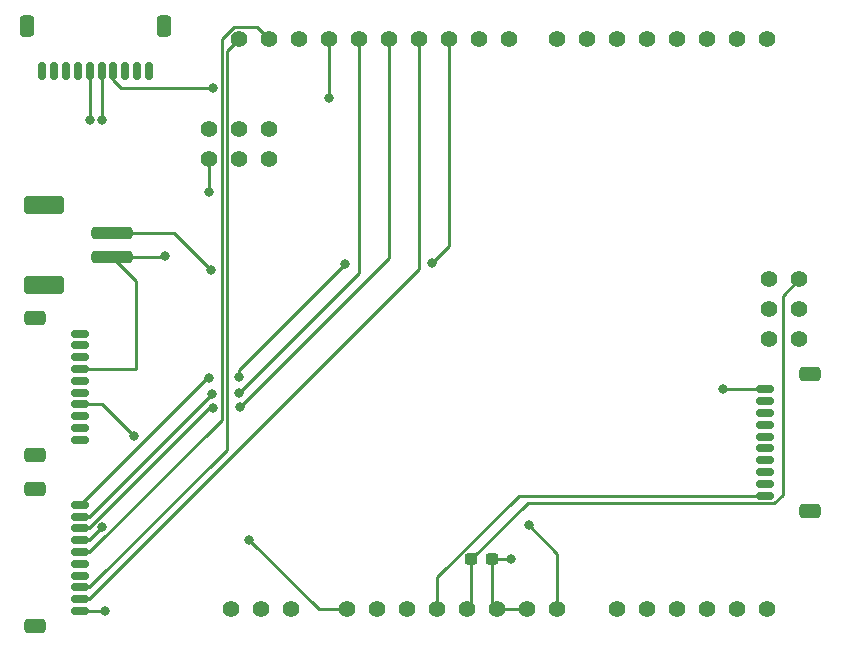
<source format=gtl>
%TF.GenerationSoftware,KiCad,Pcbnew,9.0.6*%
%TF.CreationDate,2025-11-05T04:43:16-08:00*%
%TF.ProjectId,D1R32InterfaceShield,44315233-3249-46e7-9465-726661636553,1.0*%
%TF.SameCoordinates,Original*%
%TF.FileFunction,Copper,L1,Top*%
%TF.FilePolarity,Positive*%
%FSLAX46Y46*%
G04 Gerber Fmt 4.6, Leading zero omitted, Abs format (unit mm)*
G04 Created by KiCad (PCBNEW 9.0.6) date 2025-11-05 04:43:16*
%MOMM*%
%LPD*%
G01*
G04 APERTURE LIST*
G04 Aperture macros list*
%AMRoundRect*
0 Rectangle with rounded corners*
0 $1 Rounding radius*
0 $2 $3 $4 $5 $6 $7 $8 $9 X,Y pos of 4 corners*
0 Add a 4 corners polygon primitive as box body*
4,1,4,$2,$3,$4,$5,$6,$7,$8,$9,$2,$3,0*
0 Add four circle primitives for the rounded corners*
1,1,$1+$1,$2,$3*
1,1,$1+$1,$4,$5*
1,1,$1+$1,$6,$7*
1,1,$1+$1,$8,$9*
0 Add four rect primitives between the rounded corners*
20,1,$1+$1,$2,$3,$4,$5,0*
20,1,$1+$1,$4,$5,$6,$7,0*
20,1,$1+$1,$6,$7,$8,$9,0*
20,1,$1+$1,$8,$9,$2,$3,0*%
G04 Aperture macros list end*
%TA.AperFunction,ComponentPad*%
%ADD10C,1.422000*%
%TD*%
%TA.AperFunction,SMDPad,CuDef*%
%ADD11RoundRect,0.150000X-0.625000X0.150000X-0.625000X-0.150000X0.625000X-0.150000X0.625000X0.150000X0*%
%TD*%
%TA.AperFunction,SMDPad,CuDef*%
%ADD12RoundRect,0.250000X-0.650000X0.350000X-0.650000X-0.350000X0.650000X-0.350000X0.650000X0.350000X0*%
%TD*%
%TA.AperFunction,SMDPad,CuDef*%
%ADD13RoundRect,0.150000X0.625000X-0.150000X0.625000X0.150000X-0.625000X0.150000X-0.625000X-0.150000X0*%
%TD*%
%TA.AperFunction,SMDPad,CuDef*%
%ADD14RoundRect,0.250000X0.650000X-0.350000X0.650000X0.350000X-0.650000X0.350000X-0.650000X-0.350000X0*%
%TD*%
%TA.AperFunction,SMDPad,CuDef*%
%ADD15RoundRect,0.150000X0.150000X0.625000X-0.150000X0.625000X-0.150000X-0.625000X0.150000X-0.625000X0*%
%TD*%
%TA.AperFunction,SMDPad,CuDef*%
%ADD16RoundRect,0.250000X0.350000X0.650000X-0.350000X0.650000X-0.350000X-0.650000X0.350000X-0.650000X0*%
%TD*%
%TA.AperFunction,SMDPad,CuDef*%
%ADD17RoundRect,0.237500X-0.300000X-0.237500X0.300000X-0.237500X0.300000X0.237500X-0.300000X0.237500X0*%
%TD*%
%TA.AperFunction,SMDPad,CuDef*%
%ADD18RoundRect,0.250000X-1.500000X0.250000X-1.500000X-0.250000X1.500000X-0.250000X1.500000X0.250000X0*%
%TD*%
%TA.AperFunction,SMDPad,CuDef*%
%ADD19RoundRect,0.250001X-1.449999X0.499999X-1.449999X-0.499999X1.449999X-0.499999X1.449999X0.499999X0*%
%TD*%
%TA.AperFunction,ViaPad*%
%ADD20C,0.800000*%
%TD*%
%TA.AperFunction,Conductor*%
%ADD21C,0.250000*%
%TD*%
G04 APERTURE END LIST*
D10*
%TO.P,U8,1,OFF*%
%TO.N,unconnected-(U8-OFF-Pad1)*%
X139595000Y-127750000D03*
%TO.P,U8,2,GND*%
%TO.N,GND*%
X142135000Y-127750000D03*
%TO.P,U8,3,VRTC*%
%TO.N,unconnected-(U8-VRTC-Pad3)*%
X144675000Y-127750000D03*
%TD*%
%TO.P,U5,1,CIPO*%
%TO.N,unconnected-(U5-CIPO-Pad1)*%
X185161990Y-99805010D03*
%TO.P,U5,2,+5V*%
%TO.N,+5V*%
X187701990Y-99805010D03*
%TO.P,U5,3,SCK*%
%TO.N,unconnected-(U5-SCK-Pad3)*%
X185161990Y-102345010D03*
%TO.P,U5,4,COPI*%
%TO.N,unconnected-(U5-COPI-Pad4)*%
X187701990Y-102345010D03*
%TO.P,U5,5,RESET*%
%TO.N,unconnected-(U5-RESET-Pad5)*%
X185161990Y-104885010D03*
%TO.P,U5,6,GND*%
%TO.N,GND*%
X187701990Y-104885010D03*
%TD*%
D11*
%TO.P,J7,1,Pin_1*%
%TO.N,IO17*%
X126860000Y-113390000D03*
%TO.P,J7,2,Pin_2*%
%TO.N,IO16*%
X126860000Y-112390000D03*
%TO.P,J7,3,Pin_3*%
%TO.N,IO4*%
X126860000Y-111390000D03*
%TO.P,J7,4,Pin_4*%
%TO.N,IO0*%
X126860000Y-110390000D03*
%TO.P,J7,5,Pin_5*%
%TO.N,IO2*%
X126860000Y-109390000D03*
%TO.P,J7,6,Pin_6*%
%TO.N,unconnected-(J7-Pin_6-Pad6)*%
X126860000Y-108390000D03*
%TO.P,J7,7,Pin_7*%
%TO.N,GND*%
X126860000Y-107390000D03*
%TO.P,J7,8,Pin_8*%
%TO.N,unconnected-(J7-Pin_8-Pad8)*%
X126860000Y-106390000D03*
%TO.P,J7,9,Pin_9*%
%TO.N,unconnected-(J7-Pin_9-Pad9)*%
X126860000Y-105390000D03*
%TO.P,J7,10,Pin_10*%
%TO.N,unconnected-(J7-Pin_10-Pad10)*%
X126860000Y-104390000D03*
D12*
%TO.P,J7,MP*%
%TO.N,N/C*%
X122985000Y-103090000D03*
X122985000Y-114690000D03*
%TD*%
D11*
%TO.P,J6,1,Pin_1*%
%TO.N,GND*%
X126860000Y-127890000D03*
%TO.P,J6,2,Pin_2*%
%TO.N,IO23*%
X126860000Y-126890000D03*
%TO.P,J6,3,Pin_3*%
%TO.N,IO22*%
X126860000Y-125890000D03*
%TO.P,J6,4,Pin_4*%
%TO.N,UOTX*%
X126860000Y-124890000D03*
%TO.P,J6,5,Pin_5*%
%TO.N,UORX*%
X126860000Y-123890000D03*
%TO.P,J6,6,Pin_6*%
%TO.N,IO21*%
X126860000Y-122890000D03*
%TO.P,J6,7,Pin_7*%
%TO.N,GND*%
X126860000Y-121890000D03*
%TO.P,J6,8,Pin_8*%
%TO.N,IO19*%
X126860000Y-120890000D03*
%TO.P,J6,9,Pin_9*%
%TO.N,IO18*%
X126860000Y-119890000D03*
%TO.P,J6,10,Pin_10*%
%TO.N,IO5*%
X126860000Y-118890000D03*
D12*
%TO.P,J6,MP*%
%TO.N,N/C*%
X122985000Y-117590000D03*
X122985000Y-129190000D03*
%TD*%
D13*
%TO.P,J4,1,Pin_1*%
%TO.N,+3.3V*%
X184810000Y-118110000D03*
%TO.P,J4,2,Pin_2*%
%TO.N,unconnected-(J4-Pin_2-Pad2)*%
X184810000Y-117110000D03*
%TO.P,J4,3,Pin_3*%
%TO.N,IO36*%
X184810000Y-116110000D03*
%TO.P,J4,4,Pin_4*%
%TO.N,IO39*%
X184810000Y-115110000D03*
%TO.P,J4,5,Pin_5*%
%TO.N,IO34*%
X184810000Y-114110000D03*
%TO.P,J4,6,Pin_6*%
%TO.N,IO35*%
X184810000Y-113110000D03*
%TO.P,J4,7,Pin_7*%
%TO.N,unconnected-(J4-Pin_7-Pad7)*%
X184810000Y-112110000D03*
%TO.P,J4,8,Pin_8*%
%TO.N,unconnected-(J4-Pin_8-Pad8)*%
X184810000Y-111110000D03*
%TO.P,J4,9,Pin_9*%
%TO.N,IO25*%
X184810000Y-110110000D03*
%TO.P,J4,10,Pin_10*%
%TO.N,GND*%
X184810000Y-109110000D03*
D14*
%TO.P,J4,MP*%
%TO.N,N/C*%
X188685000Y-119410000D03*
X188685000Y-107810000D03*
%TD*%
D10*
%TO.P,U7,1*%
%TO.N,N/C*%
X167259990Y-79470010D03*
%TO.P,U7,2*%
X169799990Y-79470010D03*
%TO.P,U7,3*%
X172339990Y-79470010D03*
%TO.P,U7,4*%
X174879990Y-79470010D03*
%TO.P,U7,5*%
X177419990Y-79470010D03*
%TO.P,U7,6*%
X179959990Y-79470010D03*
%TO.P,U7,7*%
X182499990Y-79470010D03*
%TO.P,U7,8*%
X185039990Y-79470010D03*
%TD*%
%TO.P,U6,1,SCL*%
%TO.N,IO22*%
X140336000Y-79470000D03*
%TO.P,U6,2,SDA*%
%TO.N,IO21*%
X142876000Y-79470000D03*
%TO.P,U6,3,AREF*%
%TO.N,unconnected-(U6-AREF-Pad3)*%
X145416000Y-79470000D03*
%TO.P,U6,4,GND*%
%TO.N,GND*%
X147956000Y-79470000D03*
%TO.P,U6,5,D13/SCK/CANRX0*%
%TO.N,IO18*%
X150496000Y-79470000D03*
%TO.P,U6,6,D12/CIPO*%
%TO.N,IO19*%
X153036000Y-79470000D03*
%TO.P,U6,7,~D11/COPI*%
%TO.N,IO23*%
X155576000Y-79470000D03*
%TO.P,U6,8,~D10/CS/CANTX0*%
%TO.N,IO5*%
X158116000Y-79470000D03*
%TO.P,U6,9,~D9*%
%TO.N,IO13*%
X160656000Y-79470000D03*
%TO.P,U6,10,D8*%
%TO.N,IO12*%
X163196000Y-79470000D03*
%TD*%
D15*
%TO.P,J5,1,Pin_1*%
%TO.N,IO26*%
X132660000Y-82190000D03*
%TO.P,J5,2,Pin_2*%
%TO.N,IO27*%
X131660000Y-82190000D03*
%TO.P,J5,3,Pin_3*%
%TO.N,IO14*%
X130660000Y-82190000D03*
%TO.P,J5,4,Pin_4*%
%TO.N,IO12*%
X129660000Y-82190000D03*
%TO.P,J5,5,Pin_5*%
%TO.N,GND*%
X128660000Y-82190000D03*
%TO.P,J5,6,Pin_6*%
%TO.N,IO13*%
X127660000Y-82190000D03*
%TO.P,J5,7,Pin_7*%
%TO.N,unconnected-(J5-Pin_7-Pad7)*%
X126660000Y-82190000D03*
%TO.P,J5,8,Pin_8*%
%TO.N,unconnected-(J5-Pin_8-Pad8)*%
X125660000Y-82190000D03*
%TO.P,J5,9,Pin_9*%
%TO.N,unconnected-(J5-Pin_9-Pad9)*%
X124660000Y-82190000D03*
%TO.P,J5,10,Pin_10*%
%TO.N,unconnected-(J5-Pin_10-Pad10)*%
X123660000Y-82190000D03*
D16*
%TO.P,J5,MP*%
%TO.N,N/C*%
X133960000Y-78315000D03*
X122360000Y-78315000D03*
%TD*%
D10*
%TO.P,U3,1*%
%TO.N,N/C*%
X172340000Y-127730000D03*
%TO.P,U3,2*%
X174880000Y-127730000D03*
%TO.P,U3,3*%
X177420000Y-127730000D03*
%TO.P,U3,4*%
X179960000Y-127730000D03*
%TO.P,U3,5*%
X182500000Y-127730000D03*
%TO.P,U3,6*%
X185040000Y-127730000D03*
%TD*%
%TO.P,U2,1,BOOT*%
%TO.N,IO0*%
X149480000Y-127730000D03*
%TO.P,U2,2,IOREF*%
%TO.N,unconnected-(U2-IOREF-Pad2)*%
X152020000Y-127730000D03*
%TO.P,U2,3,Reset*%
%TO.N,unconnected-(U2-Reset-Pad3)*%
X154560000Y-127730000D03*
%TO.P,U2,4,+3V3*%
%TO.N,+3.3V*%
X157100000Y-127730000D03*
%TO.P,U2,5,+5V*%
%TO.N,+5V*%
X159640000Y-127730000D03*
%TO.P,U2,6,GND*%
%TO.N,GND*%
X162180000Y-127730000D03*
%TO.P,U2,7,GND*%
X164720000Y-127730000D03*
%TO.P,U2,8,VIN*%
%TO.N,VDD*%
X167260000Y-127730000D03*
%TD*%
D17*
%TO.P,C2,1*%
%TO.N,+5V*%
X159977500Y-123500000D03*
%TO.P,C2,2*%
%TO.N,GND*%
X161702500Y-123500000D03*
%TD*%
D18*
%TO.P,VDD,1,Pin_1*%
%TO.N,VDD*%
X129510000Y-95890000D03*
%TO.P,VDD,2,Pin_2*%
%TO.N,GND*%
X129510000Y-97890000D03*
D19*
%TO.P,VDD,MP*%
%TO.N,N/C*%
X123760000Y-93540000D03*
X123760000Y-100240000D03*
%TD*%
D10*
%TO.P,U4,1,GPIO42*%
%TO.N,unconnected-(U4-GPIO42-Pad1)*%
X142876000Y-87039200D03*
%TO.P,U4,2,GPIO41*%
%TO.N,unconnected-(U4-GPIO41-Pad2)*%
X142876000Y-89579200D03*
%TO.P,U4,3,GPIO43/TXD0*%
%TO.N,unconnected-(U4-GPIO43{slash}TXD0-Pad3)*%
X140336000Y-87039200D03*
%TO.P,U4,4,GPIO0/DOWNLOAD*%
%TO.N,unconnected-(U4-GPIO0{slash}DOWNLOAD-Pad4)*%
X140336000Y-89579200D03*
%TO.P,U4,5,GPIO44/RXD0*%
%TO.N,unconnected-(U4-GPIO44{slash}RXD0-Pad5)*%
X137796000Y-87039200D03*
%TO.P,U4,6,GND*%
%TO.N,GND*%
X137796000Y-89579200D03*
%TD*%
D20*
%TO.N,GND*%
X128704846Y-120794848D03*
X163340000Y-123500000D03*
X137796000Y-92416000D03*
X128669951Y-86330101D03*
X128950000Y-127890000D03*
X181270000Y-109110000D03*
X147960000Y-84420000D03*
X134070000Y-97860000D03*
%TO.N,VDD*%
X164860000Y-120620000D03*
X137890000Y-98980000D03*
%TO.N,IO13*%
X127670000Y-86320000D03*
%TO.N,IO12*%
X138123000Y-83590000D03*
%TO.N,IO19*%
X140420000Y-110650000D03*
X138123000Y-110720000D03*
%TO.N,IO5*%
X140280000Y-108030000D03*
X137800000Y-108190000D03*
X149270000Y-98530000D03*
X156670000Y-98450000D03*
%TO.N,IO18*%
X140310000Y-109410000D03*
X137990000Y-109490000D03*
%TO.N,IO0*%
X141140000Y-121830000D03*
X131390000Y-113040000D03*
%TD*%
D21*
%TO.N,+5V*%
X164741500Y-118736000D02*
X159977500Y-123500000D01*
X159977500Y-127392500D02*
X159640000Y-127730000D01*
X186317000Y-101190000D02*
X186317000Y-118055322D01*
X159977500Y-123500000D02*
X159977500Y-127392500D01*
X185636322Y-118736000D02*
X164741500Y-118736000D01*
X186317000Y-118055322D02*
X185636322Y-118736000D01*
X187701990Y-99805010D02*
X186317000Y-101190000D01*
%TO.N,GND*%
X147960000Y-83378000D02*
X147956000Y-83374000D01*
X137800000Y-92420000D02*
X137796000Y-92416000D01*
X147956000Y-83374000D02*
X147956000Y-79470000D01*
X184810000Y-109110000D02*
X181270000Y-109110000D01*
X128660000Y-82190000D02*
X128660000Y-86320150D01*
X129510000Y-97890000D02*
X134040000Y-97890000D01*
X126860000Y-127890000D02*
X128950000Y-127890000D01*
X126860000Y-107390000D02*
X131560000Y-107390000D01*
X162180000Y-127730000D02*
X164720000Y-127730000D01*
X161702500Y-123500000D02*
X163340000Y-123500000D01*
X126860000Y-121890000D02*
X127609694Y-121890000D01*
X128660000Y-86320150D02*
X128669951Y-86330101D01*
X131560000Y-107390000D02*
X131600000Y-107350000D01*
X137796000Y-89579200D02*
X137796000Y-92416000D01*
X127609694Y-121890000D02*
X128704846Y-120794848D01*
X147960000Y-84420000D02*
X147960000Y-83378000D01*
X131600000Y-99980000D02*
X131600000Y-107350000D01*
X134040000Y-97890000D02*
X134070000Y-97860000D01*
X161702500Y-127252500D02*
X162180000Y-127730000D01*
X129510000Y-97890000D02*
X131600000Y-99980000D01*
X161702500Y-123500000D02*
X161702500Y-127252500D01*
%TO.N,VDD*%
X134800000Y-95890000D02*
X137890000Y-98980000D01*
X164860000Y-120620000D02*
X167260000Y-123020000D01*
X167260000Y-123020000D02*
X167260000Y-127730000D01*
X129510000Y-95890000D02*
X134800000Y-95890000D01*
%TO.N,+3.3V*%
X184810000Y-118110000D02*
X164026510Y-118110000D01*
X164026510Y-118110000D02*
X157100000Y-125036510D01*
X157100000Y-125036510D02*
X157100000Y-127730000D01*
%TO.N,IO13*%
X127670000Y-84640000D02*
X127660000Y-84630000D01*
X127670000Y-86320000D02*
X127670000Y-84640000D01*
X127660000Y-84630000D02*
X127660000Y-82190000D01*
%TO.N,IO12*%
X130285001Y-83590000D02*
X138123000Y-83590000D01*
X129660000Y-82190000D02*
X129660000Y-82964999D01*
X129660000Y-82964999D02*
X130285001Y-83590000D01*
%TO.N,IO19*%
X137752974Y-110720000D02*
X138123000Y-110720000D01*
X140420000Y-110650000D02*
X153036000Y-98034000D01*
X127582974Y-120890000D02*
X137752974Y-110720000D01*
X126860000Y-120890000D02*
X127582974Y-120890000D01*
X153036000Y-98034000D02*
X153036000Y-79470000D01*
%TO.N,IO5*%
X140280000Y-108030000D02*
X140280000Y-107520000D01*
X156670000Y-98450000D02*
X158116000Y-97004000D01*
X158116000Y-97004000D02*
X158116000Y-79470000D01*
X126860000Y-118890000D02*
X137560000Y-108190000D01*
X137560000Y-108190000D02*
X137800000Y-108190000D01*
X140280000Y-107520000D02*
X149270000Y-98530000D01*
%TO.N,IO23*%
X155576000Y-98948999D02*
X155576000Y-79470000D01*
X127634999Y-126890000D02*
X155576000Y-98948999D01*
X126860000Y-126890000D02*
X127634999Y-126890000D01*
%TO.N,IO18*%
X140310000Y-109410000D02*
X150496000Y-99224000D01*
X126860000Y-119890000D02*
X127590000Y-119890000D01*
X150496000Y-99224000D02*
X150496000Y-79470000D01*
X127590000Y-119890000D02*
X137990000Y-109490000D01*
%TO.N,IO21*%
X126860000Y-122890000D02*
X127634999Y-122890000D01*
X127634999Y-122890000D02*
X138848000Y-111676999D01*
X139906460Y-78433000D02*
X141839000Y-78433000D01*
X141839000Y-78433000D02*
X142876000Y-79470000D01*
X138848000Y-79491460D02*
X139906460Y-78433000D01*
X138848000Y-111676999D02*
X138848000Y-79491460D01*
%TO.N,IO22*%
X127634999Y-125890000D02*
X139299000Y-114225999D01*
X126860000Y-125890000D02*
X127634999Y-125890000D01*
X139299000Y-80507000D02*
X140336000Y-79470000D01*
X139299000Y-114225999D02*
X139299000Y-80507000D01*
%TO.N,IO0*%
X141140000Y-121830000D02*
X147040000Y-127730000D01*
X128740000Y-110390000D02*
X131390000Y-113040000D01*
X147040000Y-127730000D02*
X149480000Y-127730000D01*
X126860000Y-110390000D02*
X128740000Y-110390000D01*
%TD*%
M02*

</source>
